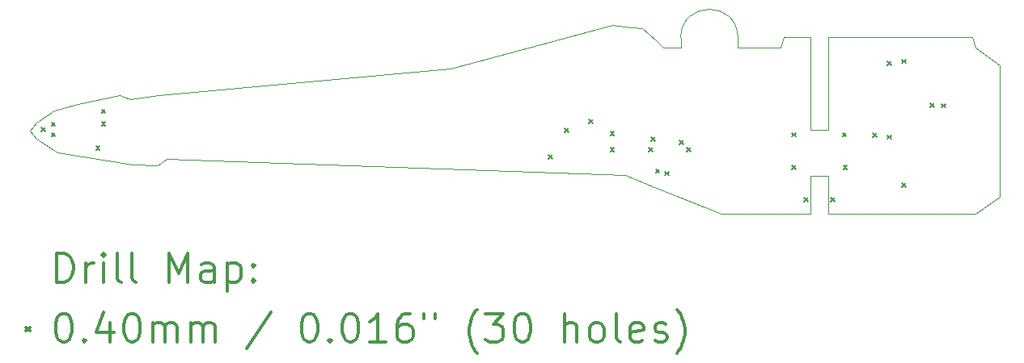
<source format=gbr>
%FSLAX45Y45*%
G04 Gerber Fmt 4.5, Leading zero omitted, Abs format (unit mm)*
G04 Created by KiCad (PCBNEW (5.1.5)-3) date 2021-01-14 21:17:47*
%MOMM*%
%LPD*%
G04 APERTURE LIST*
%TA.AperFunction,Profile*%
%ADD10C,0.100000*%
%TD*%
%ADD11C,0.200000*%
%ADD12C,0.300000*%
G04 APERTURE END LIST*
D10*
X15178530Y-8355192D02*
X15178530Y-9332492D01*
X14947364Y-8355192D02*
X14998530Y-8355192D01*
X13635889Y-8463233D02*
X13635889Y-8363233D01*
X13635889Y-8363233D02*
G75*
G02X14235889Y-8363233I300000J0D01*
G01*
X14717886Y-8355191D02*
X14947364Y-8355192D01*
X14681869Y-8463233D02*
X14717886Y-8355191D01*
X14235889Y-8363233D02*
X14235889Y-8463233D01*
X14235889Y-8463233D02*
X14681869Y-8463233D01*
X13456967Y-8463233D02*
X13635889Y-8463233D01*
X14998530Y-9332492D02*
X15178530Y-9332492D01*
X14998530Y-8355192D02*
X14998530Y-9332492D01*
X13358880Y-9926487D02*
X13055000Y-9800000D01*
X8253181Y-9633249D02*
X8165365Y-9699989D01*
X13055000Y-9800000D02*
X8253181Y-9633249D01*
X6893966Y-9249087D02*
X7074540Y-9124650D01*
X6893966Y-9426217D02*
X6826523Y-9337652D01*
X8165365Y-9699989D02*
X7897930Y-9696901D01*
X7110000Y-9567500D02*
X6893966Y-9426217D01*
X6826523Y-9337652D02*
X6893966Y-9249087D01*
X7897930Y-9696901D02*
X7110000Y-9567500D01*
X15178530Y-10212533D02*
X15178530Y-9812533D01*
X15229485Y-10212533D02*
X15178530Y-10212533D01*
X16973050Y-8652608D02*
X16973051Y-10034229D01*
X16973051Y-10034229D02*
X16725062Y-10212532D01*
X16689341Y-8355191D02*
X16725360Y-8463232D01*
X15229908Y-8355192D02*
X16689341Y-8355191D01*
X14066244Y-10212533D02*
X13358880Y-9926487D01*
X14998530Y-9812533D02*
X14998530Y-10212533D01*
X14998530Y-10212533D02*
X14066244Y-10212533D01*
X16725062Y-10212532D02*
X15229485Y-10212533D01*
X16725360Y-8463232D02*
X16973050Y-8652608D01*
X15178530Y-8355192D02*
X15229908Y-8355192D01*
X15178530Y-9812533D02*
X14998530Y-9812533D01*
X7327446Y-9057910D02*
X7762110Y-8964458D01*
X13121146Y-8251964D02*
X13229555Y-8262509D01*
X12918984Y-8232300D02*
X13121146Y-8251964D01*
X12326978Y-8390018D02*
X12918984Y-8232300D01*
X7874512Y-9006610D02*
X8172390Y-8963522D01*
X7074540Y-9124650D02*
X7327446Y-9057910D01*
X13229555Y-8262509D02*
X13377586Y-8393168D01*
X13377586Y-8393168D02*
X13456967Y-8463233D01*
X11222997Y-8684133D02*
X12326978Y-8390018D01*
X8172390Y-8963522D02*
X11222997Y-8684133D01*
X7762110Y-8964458D02*
X7874512Y-9006610D01*
D11*
X6942500Y-9305000D02*
X6982500Y-9345000D01*
X6982500Y-9305000D02*
X6942500Y-9345000D01*
X7050000Y-9250000D02*
X7090000Y-9290000D01*
X7090000Y-9250000D02*
X7050000Y-9290000D01*
X7050000Y-9360000D02*
X7090000Y-9400000D01*
X7090000Y-9360000D02*
X7050000Y-9400000D01*
X7515000Y-9500000D02*
X7555000Y-9540000D01*
X7555000Y-9500000D02*
X7515000Y-9540000D01*
X7575000Y-9115000D02*
X7615000Y-9155000D01*
X7615000Y-9115000D02*
X7575000Y-9155000D01*
X7575000Y-9245000D02*
X7615000Y-9285000D01*
X7615000Y-9245000D02*
X7575000Y-9285000D01*
X12250000Y-9590000D02*
X12290000Y-9630000D01*
X12290000Y-9590000D02*
X12250000Y-9630000D01*
X12425000Y-9315000D02*
X12465000Y-9355000D01*
X12465000Y-9315000D02*
X12425000Y-9355000D01*
X12675000Y-9217500D02*
X12715000Y-9257500D01*
X12715000Y-9217500D02*
X12675000Y-9257500D01*
X12900000Y-9345000D02*
X12940000Y-9385000D01*
X12940000Y-9345000D02*
X12900000Y-9385000D01*
X12900000Y-9515000D02*
X12940000Y-9555000D01*
X12940000Y-9515000D02*
X12900000Y-9555000D01*
X13300000Y-9515000D02*
X13340000Y-9555000D01*
X13340000Y-9515000D02*
X13300000Y-9555000D01*
X13325000Y-9405000D02*
X13365000Y-9445000D01*
X13365000Y-9405000D02*
X13325000Y-9445000D01*
X13375000Y-9740000D02*
X13415000Y-9780000D01*
X13415000Y-9740000D02*
X13375000Y-9780000D01*
X13475000Y-9765000D02*
X13515000Y-9805000D01*
X13515000Y-9765000D02*
X13475000Y-9805000D01*
X13625000Y-9440000D02*
X13665000Y-9480000D01*
X13665000Y-9440000D02*
X13625000Y-9480000D01*
X13700000Y-9515000D02*
X13740000Y-9555000D01*
X13740000Y-9515000D02*
X13700000Y-9555000D01*
X15650000Y-9365000D02*
X15690000Y-9405000D01*
X15690000Y-9365000D02*
X15650000Y-9405000D01*
X15800000Y-8612500D02*
X15840000Y-8652500D01*
X15840000Y-8612500D02*
X15800000Y-8652500D01*
X15802500Y-9385000D02*
X15842500Y-9425000D01*
X15842500Y-9385000D02*
X15802500Y-9425000D01*
X15950000Y-8590000D02*
X15990000Y-8630000D01*
X15990000Y-8590000D02*
X15950000Y-8630000D01*
X15950000Y-9890000D02*
X15990000Y-9930000D01*
X15990000Y-9890000D02*
X15950000Y-9930000D01*
X16250000Y-9050000D02*
X16290000Y-9090000D01*
X16290000Y-9050000D02*
X16250000Y-9090000D01*
X16365000Y-9055000D02*
X16405000Y-9095000D01*
X16405000Y-9055000D02*
X16365000Y-9095000D01*
X15210000Y-10040000D02*
X15250000Y-10080000D01*
X15250000Y-10040000D02*
X15210000Y-10080000D01*
X14930000Y-10040000D02*
X14970000Y-10080000D01*
X14970000Y-10040000D02*
X14930000Y-10080000D01*
X15330000Y-9360000D02*
X15370000Y-9400000D01*
X15370000Y-9360000D02*
X15330000Y-9400000D01*
X14800000Y-9705000D02*
X14840000Y-9745000D01*
X14840000Y-9705000D02*
X14800000Y-9745000D01*
X14800000Y-9360000D02*
X14840000Y-9400000D01*
X14840000Y-9360000D02*
X14800000Y-9400000D01*
X15340000Y-9705000D02*
X15380000Y-9745000D01*
X15380000Y-9705000D02*
X15340000Y-9745000D01*
D12*
X7107952Y-10925714D02*
X7107952Y-10625714D01*
X7179380Y-10625714D01*
X7222238Y-10640000D01*
X7250809Y-10668571D01*
X7265095Y-10697143D01*
X7279380Y-10754286D01*
X7279380Y-10797143D01*
X7265095Y-10854286D01*
X7250809Y-10882857D01*
X7222238Y-10911429D01*
X7179380Y-10925714D01*
X7107952Y-10925714D01*
X7407952Y-10925714D02*
X7407952Y-10725714D01*
X7407952Y-10782857D02*
X7422238Y-10754286D01*
X7436523Y-10740000D01*
X7465095Y-10725714D01*
X7493666Y-10725714D01*
X7593666Y-10925714D02*
X7593666Y-10725714D01*
X7593666Y-10625714D02*
X7579380Y-10640000D01*
X7593666Y-10654286D01*
X7607952Y-10640000D01*
X7593666Y-10625714D01*
X7593666Y-10654286D01*
X7779380Y-10925714D02*
X7750809Y-10911429D01*
X7736523Y-10882857D01*
X7736523Y-10625714D01*
X7936523Y-10925714D02*
X7907952Y-10911429D01*
X7893666Y-10882857D01*
X7893666Y-10625714D01*
X8279380Y-10925714D02*
X8279380Y-10625714D01*
X8379380Y-10840000D01*
X8479381Y-10625714D01*
X8479381Y-10925714D01*
X8750809Y-10925714D02*
X8750809Y-10768571D01*
X8736523Y-10740000D01*
X8707952Y-10725714D01*
X8650809Y-10725714D01*
X8622238Y-10740000D01*
X8750809Y-10911429D02*
X8722238Y-10925714D01*
X8650809Y-10925714D01*
X8622238Y-10911429D01*
X8607952Y-10882857D01*
X8607952Y-10854286D01*
X8622238Y-10825714D01*
X8650809Y-10811429D01*
X8722238Y-10811429D01*
X8750809Y-10797143D01*
X8893666Y-10725714D02*
X8893666Y-11025714D01*
X8893666Y-10740000D02*
X8922238Y-10725714D01*
X8979381Y-10725714D01*
X9007952Y-10740000D01*
X9022238Y-10754286D01*
X9036523Y-10782857D01*
X9036523Y-10868571D01*
X9022238Y-10897143D01*
X9007952Y-10911429D01*
X8979381Y-10925714D01*
X8922238Y-10925714D01*
X8893666Y-10911429D01*
X9165095Y-10897143D02*
X9179381Y-10911429D01*
X9165095Y-10925714D01*
X9150809Y-10911429D01*
X9165095Y-10897143D01*
X9165095Y-10925714D01*
X9165095Y-10740000D02*
X9179381Y-10754286D01*
X9165095Y-10768571D01*
X9150809Y-10754286D01*
X9165095Y-10740000D01*
X9165095Y-10768571D01*
X6781523Y-11400000D02*
X6821523Y-11440000D01*
X6821523Y-11400000D02*
X6781523Y-11440000D01*
X7165095Y-11255714D02*
X7193666Y-11255714D01*
X7222238Y-11270000D01*
X7236523Y-11284286D01*
X7250809Y-11312857D01*
X7265095Y-11370000D01*
X7265095Y-11441428D01*
X7250809Y-11498571D01*
X7236523Y-11527143D01*
X7222238Y-11541428D01*
X7193666Y-11555714D01*
X7165095Y-11555714D01*
X7136523Y-11541428D01*
X7122238Y-11527143D01*
X7107952Y-11498571D01*
X7093666Y-11441428D01*
X7093666Y-11370000D01*
X7107952Y-11312857D01*
X7122238Y-11284286D01*
X7136523Y-11270000D01*
X7165095Y-11255714D01*
X7393666Y-11527143D02*
X7407952Y-11541428D01*
X7393666Y-11555714D01*
X7379380Y-11541428D01*
X7393666Y-11527143D01*
X7393666Y-11555714D01*
X7665095Y-11355714D02*
X7665095Y-11555714D01*
X7593666Y-11241428D02*
X7522238Y-11455714D01*
X7707952Y-11455714D01*
X7879380Y-11255714D02*
X7907952Y-11255714D01*
X7936523Y-11270000D01*
X7950809Y-11284286D01*
X7965095Y-11312857D01*
X7979380Y-11370000D01*
X7979380Y-11441428D01*
X7965095Y-11498571D01*
X7950809Y-11527143D01*
X7936523Y-11541428D01*
X7907952Y-11555714D01*
X7879380Y-11555714D01*
X7850809Y-11541428D01*
X7836523Y-11527143D01*
X7822238Y-11498571D01*
X7807952Y-11441428D01*
X7807952Y-11370000D01*
X7822238Y-11312857D01*
X7836523Y-11284286D01*
X7850809Y-11270000D01*
X7879380Y-11255714D01*
X8107952Y-11555714D02*
X8107952Y-11355714D01*
X8107952Y-11384286D02*
X8122238Y-11370000D01*
X8150809Y-11355714D01*
X8193666Y-11355714D01*
X8222238Y-11370000D01*
X8236523Y-11398571D01*
X8236523Y-11555714D01*
X8236523Y-11398571D02*
X8250809Y-11370000D01*
X8279380Y-11355714D01*
X8322238Y-11355714D01*
X8350809Y-11370000D01*
X8365095Y-11398571D01*
X8365095Y-11555714D01*
X8507952Y-11555714D02*
X8507952Y-11355714D01*
X8507952Y-11384286D02*
X8522238Y-11370000D01*
X8550809Y-11355714D01*
X8593666Y-11355714D01*
X8622238Y-11370000D01*
X8636523Y-11398571D01*
X8636523Y-11555714D01*
X8636523Y-11398571D02*
X8650809Y-11370000D01*
X8679381Y-11355714D01*
X8722238Y-11355714D01*
X8750809Y-11370000D01*
X8765095Y-11398571D01*
X8765095Y-11555714D01*
X9350809Y-11241428D02*
X9093666Y-11627143D01*
X9736523Y-11255714D02*
X9765095Y-11255714D01*
X9793666Y-11270000D01*
X9807952Y-11284286D01*
X9822238Y-11312857D01*
X9836523Y-11370000D01*
X9836523Y-11441428D01*
X9822238Y-11498571D01*
X9807952Y-11527143D01*
X9793666Y-11541428D01*
X9765095Y-11555714D01*
X9736523Y-11555714D01*
X9707952Y-11541428D01*
X9693666Y-11527143D01*
X9679381Y-11498571D01*
X9665095Y-11441428D01*
X9665095Y-11370000D01*
X9679381Y-11312857D01*
X9693666Y-11284286D01*
X9707952Y-11270000D01*
X9736523Y-11255714D01*
X9965095Y-11527143D02*
X9979381Y-11541428D01*
X9965095Y-11555714D01*
X9950809Y-11541428D01*
X9965095Y-11527143D01*
X9965095Y-11555714D01*
X10165095Y-11255714D02*
X10193666Y-11255714D01*
X10222238Y-11270000D01*
X10236523Y-11284286D01*
X10250809Y-11312857D01*
X10265095Y-11370000D01*
X10265095Y-11441428D01*
X10250809Y-11498571D01*
X10236523Y-11527143D01*
X10222238Y-11541428D01*
X10193666Y-11555714D01*
X10165095Y-11555714D01*
X10136523Y-11541428D01*
X10122238Y-11527143D01*
X10107952Y-11498571D01*
X10093666Y-11441428D01*
X10093666Y-11370000D01*
X10107952Y-11312857D01*
X10122238Y-11284286D01*
X10136523Y-11270000D01*
X10165095Y-11255714D01*
X10550809Y-11555714D02*
X10379381Y-11555714D01*
X10465095Y-11555714D02*
X10465095Y-11255714D01*
X10436523Y-11298571D01*
X10407952Y-11327143D01*
X10379381Y-11341428D01*
X10807952Y-11255714D02*
X10750809Y-11255714D01*
X10722238Y-11270000D01*
X10707952Y-11284286D01*
X10679381Y-11327143D01*
X10665095Y-11384286D01*
X10665095Y-11498571D01*
X10679381Y-11527143D01*
X10693666Y-11541428D01*
X10722238Y-11555714D01*
X10779381Y-11555714D01*
X10807952Y-11541428D01*
X10822238Y-11527143D01*
X10836523Y-11498571D01*
X10836523Y-11427143D01*
X10822238Y-11398571D01*
X10807952Y-11384286D01*
X10779381Y-11370000D01*
X10722238Y-11370000D01*
X10693666Y-11384286D01*
X10679381Y-11398571D01*
X10665095Y-11427143D01*
X10950809Y-11255714D02*
X10950809Y-11312857D01*
X11065095Y-11255714D02*
X11065095Y-11312857D01*
X11507952Y-11670000D02*
X11493666Y-11655714D01*
X11465095Y-11612857D01*
X11450809Y-11584286D01*
X11436523Y-11541428D01*
X11422238Y-11470000D01*
X11422238Y-11412857D01*
X11436523Y-11341428D01*
X11450809Y-11298571D01*
X11465095Y-11270000D01*
X11493666Y-11227143D01*
X11507952Y-11212857D01*
X11593666Y-11255714D02*
X11779380Y-11255714D01*
X11679380Y-11370000D01*
X11722238Y-11370000D01*
X11750809Y-11384286D01*
X11765095Y-11398571D01*
X11779380Y-11427143D01*
X11779380Y-11498571D01*
X11765095Y-11527143D01*
X11750809Y-11541428D01*
X11722238Y-11555714D01*
X11636523Y-11555714D01*
X11607952Y-11541428D01*
X11593666Y-11527143D01*
X11965095Y-11255714D02*
X11993666Y-11255714D01*
X12022238Y-11270000D01*
X12036523Y-11284286D01*
X12050809Y-11312857D01*
X12065095Y-11370000D01*
X12065095Y-11441428D01*
X12050809Y-11498571D01*
X12036523Y-11527143D01*
X12022238Y-11541428D01*
X11993666Y-11555714D01*
X11965095Y-11555714D01*
X11936523Y-11541428D01*
X11922238Y-11527143D01*
X11907952Y-11498571D01*
X11893666Y-11441428D01*
X11893666Y-11370000D01*
X11907952Y-11312857D01*
X11922238Y-11284286D01*
X11936523Y-11270000D01*
X11965095Y-11255714D01*
X12422238Y-11555714D02*
X12422238Y-11255714D01*
X12550809Y-11555714D02*
X12550809Y-11398571D01*
X12536523Y-11370000D01*
X12507952Y-11355714D01*
X12465095Y-11355714D01*
X12436523Y-11370000D01*
X12422238Y-11384286D01*
X12736523Y-11555714D02*
X12707952Y-11541428D01*
X12693666Y-11527143D01*
X12679380Y-11498571D01*
X12679380Y-11412857D01*
X12693666Y-11384286D01*
X12707952Y-11370000D01*
X12736523Y-11355714D01*
X12779380Y-11355714D01*
X12807952Y-11370000D01*
X12822238Y-11384286D01*
X12836523Y-11412857D01*
X12836523Y-11498571D01*
X12822238Y-11527143D01*
X12807952Y-11541428D01*
X12779380Y-11555714D01*
X12736523Y-11555714D01*
X13007952Y-11555714D02*
X12979380Y-11541428D01*
X12965095Y-11512857D01*
X12965095Y-11255714D01*
X13236523Y-11541428D02*
X13207952Y-11555714D01*
X13150809Y-11555714D01*
X13122238Y-11541428D01*
X13107952Y-11512857D01*
X13107952Y-11398571D01*
X13122238Y-11370000D01*
X13150809Y-11355714D01*
X13207952Y-11355714D01*
X13236523Y-11370000D01*
X13250809Y-11398571D01*
X13250809Y-11427143D01*
X13107952Y-11455714D01*
X13365095Y-11541428D02*
X13393666Y-11555714D01*
X13450809Y-11555714D01*
X13479380Y-11541428D01*
X13493666Y-11512857D01*
X13493666Y-11498571D01*
X13479380Y-11470000D01*
X13450809Y-11455714D01*
X13407952Y-11455714D01*
X13379380Y-11441428D01*
X13365095Y-11412857D01*
X13365095Y-11398571D01*
X13379380Y-11370000D01*
X13407952Y-11355714D01*
X13450809Y-11355714D01*
X13479380Y-11370000D01*
X13593666Y-11670000D02*
X13607952Y-11655714D01*
X13636523Y-11612857D01*
X13650809Y-11584286D01*
X13665095Y-11541428D01*
X13679380Y-11470000D01*
X13679380Y-11412857D01*
X13665095Y-11341428D01*
X13650809Y-11298571D01*
X13636523Y-11270000D01*
X13607952Y-11227143D01*
X13593666Y-11212857D01*
M02*

</source>
